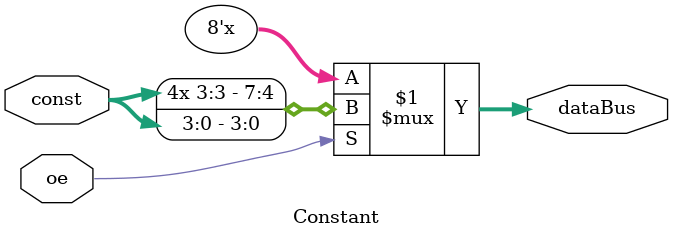
<source format=v>
`timescale 1ns / 1ps

// 4 bit signed number into 8 bit signed number
module Constant(input [3:0] const, input oe, output [7:0] dataBus);
    assign dataBus = (oe) ? {{4{const[3]}}, const} : 8'hZZ;
endmodule

</source>
